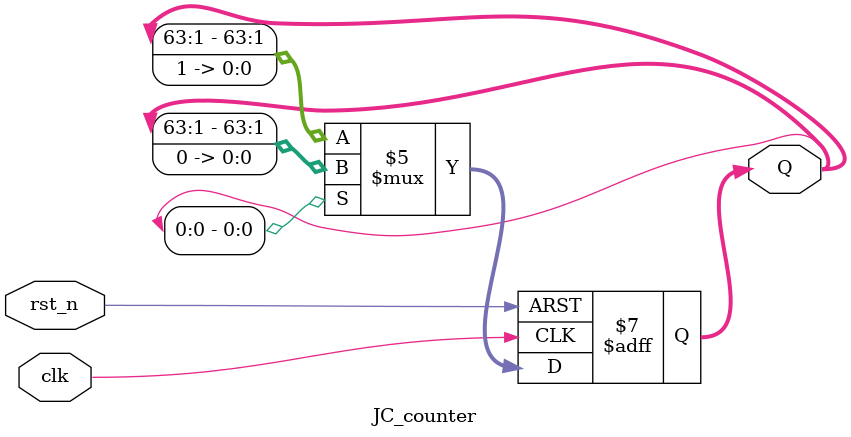
<source format=v>
module JC_counter (
    input wire clk,    // Clock signal
    input wire rst_n,  // Active-low reset signal
    output reg [63:0] Q // 64-bit count value
);

always @(posedge clk or negedge rst_n)
begin
    if (~rst_n) begin
        Q <= 64'b0; // Reset condition
    end else begin
        // Update counter value based on LSB
        if (Q[0] == 1'b0) begin
            Q <= {Q[63:1], 1'b1}; // Increment counter
        end else begin
            Q <= {Q[63:1], 1'b0}; // Decrement counter
        end
    end
end

endmodule


</source>
